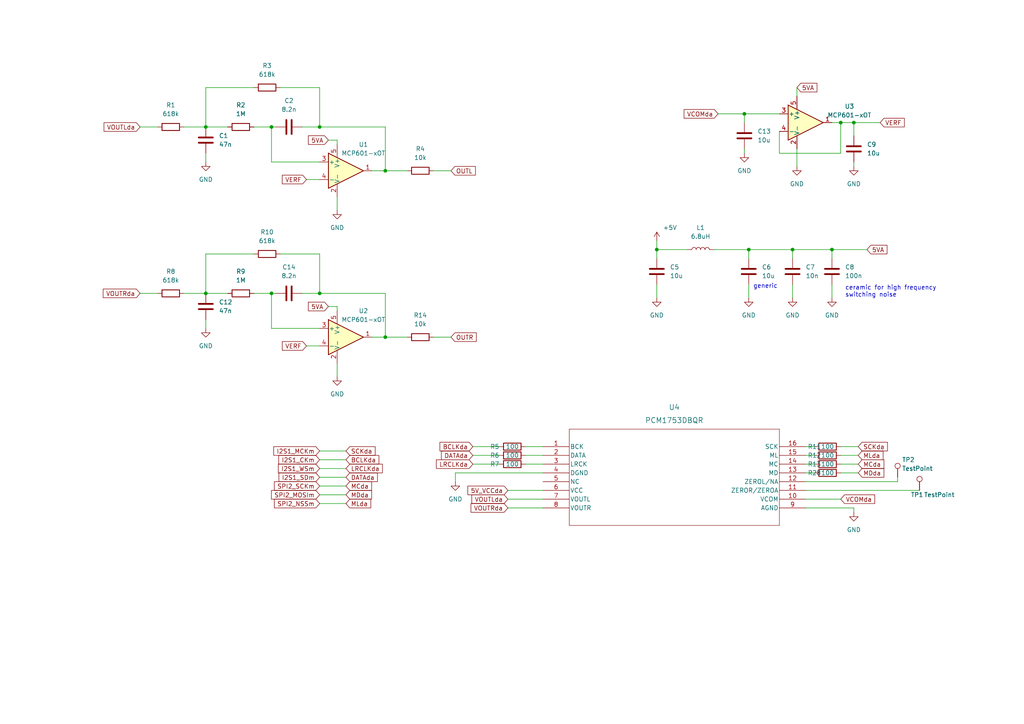
<source format=kicad_sch>
(kicad_sch (version 20211123) (generator eeschema)
  (paper "A4")
  (lib_symbols
    (symbol "Amplifier_Operational:MCP601-xOT" (pin_names (offset 0.127))
      (property "Reference" "U" (at -1.27 6.35 0))
      (property "Value" "MCP601-xOT" (at -1.27 3.81 0))
      (symbol "MCP601-xOT_0_1"
        (polyline (pts (xy -5.08 5.08) (xy 5.08 0) (xy -5.08 -5.08) (xy -5.08 5.08)) (stroke (width 0.254)) (fill (type background)))
        (pin power_in line (at -2.54 -7.62 90) (length 3.81) (name "V-") (number "2"))
        (pin power_in line (at -2.54 7.62 270) (length 3.81) (name "V+") (number "5"))
      )
      (symbol "MCP601-xOT_1_1"
        (pin output line (at 7.62 0 180) (length 2.54) (name "~") (number "1"))
        (pin input line (at -7.62 2.54 0) (length 2.54) (name "+") (number "3"))
        (pin input line (at -7.62 -2.54 0) (length 2.54) (name "-") (number "4"))
      )
    )
    (symbol "Connector:TestPoint" (pin_numbers hide) (pin_names (offset 0.762) hide)
      (property "Reference" "TP" (at 0 6.858 0))
      (property "Value" "TestPoint" (at 0 5.08 0))
      (symbol "TestPoint_0_1"
        (circle (center 0 3.302) (radius 0.762))
      )
      (symbol "TestPoint_1_1"
        (pin passive line (at 0 0 90) (length 2.54) (name "1") (number "1"))
      )
    )
    (symbol "Device:C" (pin_numbers hide) (pin_names (offset 0.254))
      (property "Reference" "C" (at 0.635 2.54 0))
      (property "Value" "C" (at 0.635 -2.54 0))
      (symbol "C_0_1"
        (polyline (pts (xy -2.032 -0.762) (xy 2.032 -0.762)) (stroke (width 0.508)))
        (polyline (pts (xy -2.032 0.762) (xy 2.032 0.762)) (stroke (width 0.508)))
      )
      (symbol "C_1_1"
        (pin passive line (at 0 3.81 270) (length 2.794) (name "~") (number "1"))
        (pin passive line (at 0 -3.81 90) (length 2.794) (name "~") (number "2"))
      )
    )
    (symbol "Device:L" (pin_numbers hide) (pin_names (offset 1.016) hide)
      (property "Reference" "L" (at -1.27 0 90))
      (property "Value" "L" (at 1.905 0 90))
      (symbol "L_0_1"
        (arc (start 0 -2.54) (mid 0.635 -1.905) (end 0 -1.27))
        (arc (start 0 -1.27) (mid 0.635 -0.635) (end 0 0))
        (arc (start 0 0) (mid 0.635 0.635) (end 0 1.27))
        (arc (start 0 1.27) (mid 0.635 1.905) (end 0 2.54))
      )
      (symbol "L_1_1"
        (pin passive line (at 0 3.81 270) (length 1.27) (name "1") (number "1"))
        (pin passive line (at 0 -3.81 90) (length 1.27) (name "2") (number "2"))
      )
    )
    (symbol "Device:R" (pin_numbers hide) (pin_names (offset 0))
      (property "Reference" "R" (at 2.032 0 90))
      (property "Value" "R" (at 0 0 90))
      (symbol "R_0_1"
        (rectangle (start -1.016 -2.54) (end 1.016 2.54) (stroke (width 0.254)))
      )
      (symbol "R_1_1"
        (pin passive line (at 0 3.81 270) (length 1.27) (name "~") (number "1"))
        (pin passive line (at 0 -3.81 90) (length 1.27) (name "~") (number "2"))
      )
    )
    (symbol "PCM1753DBQR:PCM1753DBQR" (pin_names (offset 0.254))
      (property "Reference" "U" (at 38.1 10.16 0))
      (property "Value" "PCM1753DBQR" (at 38.1 7.62 0))
      (symbol "PCM1753DBQR_0_1"
        (polyline (pts (xy 7.62 -22.86) (xy 68.58 -22.86)) (stroke (width 0.127)))
        (polyline (pts (xy 7.62 5.08) (xy 7.62 -22.86)) (stroke (width 0.127)))
        (polyline (pts (xy 68.58 -22.86) (xy 68.58 5.08)) (stroke (width 0.127)))
        (polyline (pts (xy 68.58 5.08) (xy 7.62 5.08)) (stroke (width 0.127)))
        (pin input line (at 0 0 0) (length 7.62) (name "BCK") (number "1"))
        (pin power_in line (at 76.2 -15.24 180) (length 7.62) (name "VCOM") (number "10"))
        (pin output line (at 76.2 -12.7 180) (length 7.62) (name "ZEROR/ZEROA") (number "11"))
        (pin output line (at 76.2 -10.16 180) (length 7.62) (name "ZEROL/NA") (number "12"))
        (pin input line (at 76.2 -7.62 180) (length 7.62) (name "MD") (number "13"))
        (pin input line (at 76.2 -5.08 180) (length 7.62) (name "MC") (number "14"))
        (pin input line (at 76.2 -2.54 180) (length 7.62) (name "ML") (number "15"))
        (pin input line (at 76.2 0 180) (length 7.62) (name "SCK") (number "16"))
        (pin input line (at 0 -2.54 0) (length 7.62) (name "DATA") (number "2"))
        (pin input line (at 0 -5.08 0) (length 7.62) (name "LRCK") (number "3"))
        (pin power_in line (at 0 -7.62 0) (length 7.62) (name "DGND") (number "4"))
        (pin unspecified line (at 0 -10.16 0) (length 7.62) (name "NC") (number "5"))
        (pin power_in line (at 0 -12.7 0) (length 7.62) (name "VCC") (number "6"))
        (pin output line (at 0 -15.24 0) (length 7.62) (name "VOUTL") (number "7"))
        (pin output line (at 0 -17.78 0) (length 7.62) (name "VOUTR") (number "8"))
        (pin power_in line (at 76.2 -17.78 180) (length 7.62) (name "AGND") (number "9"))
      )
    )
    (symbol "power:+5V" (power) (pin_names (offset 0))
      (property "Value" "+5V" (at 0 3.556 0))
      (symbol "+5V_0_1"
        (polyline (pts (xy -0.762 1.27) (xy 0 2.54)))
        (polyline (pts (xy 0 0) (xy 0 2.54)))
        (polyline (pts (xy 0 2.54) (xy 0.762 1.27)))
      )
      (symbol "+5V_1_1"
        (pin power_in line (at 0 0 90) (length 0) hide (name "+5V") (number "1"))
      )
    )
    (symbol "power:GND" (power) (pin_names (offset 0))
      (property "Value" "GND" (at 0 -3.81 0))
      (symbol "GND_0_1"
        (polyline (pts (xy 0 0) (xy 0 -1.27) (xy 1.27 -1.27) (xy 0 -2.54) (xy -1.27 -1.27) (xy 0 -1.27)))
      )
      (symbol "GND_1_1"
        (pin power_in line (at 0 0 270) (length 0) hide (name "GND") (number "1"))
      )
    )
  )
  (junction (at 190.5 72.39))
  (junction (at 243.84 35.56))
  (junction (at 111.76 49.53))
  (junction (at 59.69 36.83))
  (junction (at 92.71 85.09))
  (junction (at 78.74 36.83))
  (junction (at 229.87 72.39))
  (junction (at 59.69 85.09))
  (junction (at 92.71 36.83))
  (junction (at 247.65 35.56))
  (junction (at 111.76 97.79))
  (junction (at 215.9 33.02))
  (junction (at 217.17 72.39))
  (junction (at 78.74 85.09))
  (junction (at 241.3 72.39))
  (wire (pts (xy 217.17 82.55) (xy 217.17 86.36)))
  (wire (pts (xy 53.34 85.09) (xy 59.69 85.09)))
  (wire (pts (xy 217.17 72.39) (xy 217.17 74.93)))
  (wire (pts (xy 247.65 35.56) (xy 255.27 35.56)))
  (wire (pts (xy 231.14 43.18) (xy 231.14 48.26)))
  (wire (pts (xy 92.71 36.83) (xy 111.76 36.83)))
  (wire (pts (xy 88.9 52.07) (xy 92.71 52.07)))
  (wire (pts (xy 92.71 85.09) (xy 111.76 85.09)))
  (wire (pts (xy 107.95 49.53) (xy 111.76 49.53)))
  (wire (pts (xy 229.87 82.55) (xy 229.87 86.36)))
  (wire (pts (xy 111.76 49.53) (xy 118.11 49.53)))
  (wire (pts (xy 78.74 85.09) (xy 80.01 85.09)))
  (wire (pts (xy 229.87 72.39) (xy 229.87 74.93)))
  (wire (pts (xy 95.25 40.64) (xy 97.79 40.64)))
  (wire (pts (xy 97.79 40.64) (xy 97.79 41.91)))
  (wire (pts (xy 92.71 143.51) (xy 100.33 143.51)))
  (wire (pts (xy 152.4 134.62) (xy 157.48 134.62)))
  (wire (pts (xy 95.25 88.9) (xy 97.79 88.9)))
  (wire (pts (xy 111.76 36.83) (xy 111.76 49.53)))
  (wire (pts (xy 92.71 138.43) (xy 100.33 138.43)))
  (wire (pts (xy 233.68 132.08) (xy 236.22 132.08)))
  (wire (pts (xy 147.32 147.32) (xy 157.48 147.32)))
  (wire (pts (xy 107.95 97.79) (xy 111.76 97.79)))
  (wire (pts (xy 87.63 85.09) (xy 92.71 85.09)))
  (wire (pts (xy 125.73 49.53) (xy 130.81 49.53)))
  (wire (pts (xy 78.74 85.09) (xy 78.74 95.25)))
  (wire (pts (xy 40.64 85.09) (xy 45.72 85.09)))
  (wire (pts (xy 125.73 97.79) (xy 130.81 97.79)))
  (wire (pts (xy 241.3 72.39) (xy 241.3 74.93)))
  (wire (pts (xy 247.65 148.59) (xy 247.65 147.32)))
  (wire (pts (xy 97.79 88.9) (xy 97.79 90.17)))
  (wire (pts (xy 81.28 73.66) (xy 92.71 73.66)))
  (wire (pts (xy 59.69 44.45) (xy 59.69 46.99)))
  (wire (pts (xy 92.71 25.4) (xy 92.71 36.83)))
  (wire (pts (xy 73.66 36.83) (xy 78.74 36.83)))
  (wire (pts (xy 111.76 85.09) (xy 111.76 97.79)))
  (wire (pts (xy 243.84 129.54) (xy 248.92 129.54)))
  (wire (pts (xy 59.69 85.09) (xy 66.04 85.09)))
  (wire (pts (xy 59.69 73.66) (xy 73.66 73.66)))
  (wire (pts (xy 78.74 36.83) (xy 80.01 36.83)))
  (wire (pts (xy 92.71 140.97) (xy 100.33 140.97)))
  (wire (pts (xy 226.06 44.45) (xy 243.84 44.45)))
  (wire (pts (xy 92.71 73.66) (xy 92.71 85.09)))
  (wire (pts (xy 260.35 139.7) (xy 260.35 138.43)))
  (wire (pts (xy 59.69 36.83) (xy 66.04 36.83)))
  (wire (pts (xy 59.69 92.71) (xy 59.69 95.25)))
  (wire (pts (xy 40.64 36.83) (xy 45.72 36.83)))
  (wire (pts (xy 92.71 130.81) (xy 100.33 130.81)))
  (wire (pts (xy 207.01 72.39) (xy 217.17 72.39)))
  (wire (pts (xy 233.68 139.7) (xy 260.35 139.7)))
  (wire (pts (xy 97.79 105.41) (xy 97.79 109.22)))
  (wire (pts (xy 147.32 144.78) (xy 157.48 144.78)))
  (wire (pts (xy 215.9 43.18) (xy 215.9 44.45)))
  (wire (pts (xy 92.71 133.35) (xy 100.33 133.35)))
  (wire (pts (xy 247.65 46.99) (xy 247.65 48.26)))
  (wire (pts (xy 78.74 95.25) (xy 92.71 95.25)))
  (wire (pts (xy 233.68 142.24) (xy 266.7 142.24)))
  (wire (pts (xy 215.9 35.56) (xy 215.9 33.02)))
  (wire (pts (xy 190.5 82.55) (xy 190.5 86.36)))
  (wire (pts (xy 243.84 44.45) (xy 243.84 35.56)))
  (wire (pts (xy 231.14 25.4) (xy 231.14 27.94)))
  (wire (pts (xy 241.3 35.56) (xy 243.84 35.56)))
  (wire (pts (xy 87.63 36.83) (xy 92.71 36.83)))
  (wire (pts (xy 215.9 33.02) (xy 208.28 33.02)))
  (wire (pts (xy 59.69 25.4) (xy 73.66 25.4)))
  (wire (pts (xy 152.4 129.54) (xy 157.48 129.54)))
  (wire (pts (xy 233.68 129.54) (xy 236.22 129.54)))
  (wire (pts (xy 215.9 33.02) (xy 226.06 33.02)))
  (wire (pts (xy 132.08 139.7) (xy 132.08 137.16)))
  (wire (pts (xy 59.69 73.66) (xy 59.69 85.09)))
  (wire (pts (xy 92.71 135.89) (xy 100.33 135.89)))
  (wire (pts (xy 152.4 132.08) (xy 157.48 132.08)))
  (wire (pts (xy 190.5 74.93) (xy 190.5 72.39)))
  (wire (pts (xy 88.9 100.33) (xy 92.71 100.33)))
  (wire (pts (xy 247.65 35.56) (xy 247.65 39.37)))
  (wire (pts (xy 243.84 35.56) (xy 247.65 35.56)))
  (wire (pts (xy 59.69 25.4) (xy 59.69 36.83)))
  (wire (pts (xy 233.68 144.78) (xy 243.84 144.78)))
  (wire (pts (xy 243.84 134.62) (xy 248.92 134.62)))
  (wire (pts (xy 147.32 142.24) (xy 157.48 142.24)))
  (wire (pts (xy 137.16 129.54) (xy 144.78 129.54)))
  (wire (pts (xy 229.87 72.39) (xy 241.3 72.39)))
  (wire (pts (xy 217.17 72.39) (xy 229.87 72.39)))
  (wire (pts (xy 243.84 132.08) (xy 248.92 132.08)))
  (wire (pts (xy 137.16 134.62) (xy 144.78 134.62)))
  (wire (pts (xy 78.74 36.83) (xy 78.74 46.99)))
  (wire (pts (xy 241.3 82.55) (xy 241.3 86.36)))
  (wire (pts (xy 226.06 38.1) (xy 226.06 44.45)))
  (wire (pts (xy 73.66 85.09) (xy 78.74 85.09)))
  (wire (pts (xy 233.68 137.16) (xy 236.22 137.16)))
  (wire (pts (xy 53.34 36.83) (xy 59.69 36.83)))
  (wire (pts (xy 92.71 146.05) (xy 100.33 146.05)))
  (wire (pts (xy 137.16 132.08) (xy 144.78 132.08)))
  (wire (pts (xy 190.5 72.39) (xy 199.39 72.39)))
  (wire (pts (xy 241.3 72.39) (xy 251.46 72.39)))
  (wire (pts (xy 132.08 137.16) (xy 157.48 137.16)))
  (wire (pts (xy 111.76 97.79) (xy 118.11 97.79)))
  (wire (pts (xy 97.79 57.15) (xy 97.79 60.96)))
  (wire (pts (xy 190.5 69.85) (xy 190.5 72.39)))
  (wire (pts (xy 233.68 147.32) (xy 247.65 147.32)))
  (wire (pts (xy 233.68 134.62) (xy 236.22 134.62)))
  (wire (pts (xy 243.84 137.16) (xy 248.92 137.16)))
  (wire (pts (xy 81.28 25.4) (xy 92.71 25.4)))
  (wire (pts (xy 78.74 46.99) (xy 92.71 46.99)))
  (text "generic" (at 218.44 83.82 0) (effects (font (size 1.27 1.27)) (justify left bottom)))
  (text "ceramic for high frequency \nswitching noise" (at 245.11 86.36 0) (effects (font (size 1.27 1.27)) (justify left bottom)))
  (global_label "I2S1_CKm" (shape input) (at 92.71 133.35 180) (property "Intersheet References" "${INTERSHEET_REFS}" (effects hide)))
  (global_label "SCKda" (shape input) (at 100.33 130.81 0) (property "Intersheet References" "${INTERSHEET_REFS}" (effects hide)))
  (global_label "OUTR" (shape input) (at 130.81 97.79 0) (property "Intersheet References" "${INTERSHEET_REFS}" (effects hide)))
  (global_label "5VA" (shape input) (at 95.25 40.64 180) (property "Intersheet References" "${INTERSHEET_REFS}" (effects hide)))
  (global_label "5VA" (shape input) (at 251.46 72.39 0) (property "Intersheet References" "${INTERSHEET_REFS}" (effects hide)))
  (global_label "5V_VCCda" (shape input) (at 147.32 142.24 180) (property "Intersheet References" "${INTERSHEET_REFS}" (effects hide)))
  (global_label "MDda" (shape input) (at 248.92 137.16 0) (property "Intersheet References" "${INTERSHEET_REFS}" (effects hide)))
  (global_label "VCOMda" (shape input) (at 208.28 33.02 180) (property "Intersheet References" "${INTERSHEET_REFS}" (effects hide)))
  (global_label "SCKda" (shape input) (at 248.92 129.54 0) (property "Intersheet References" "${INTERSHEET_REFS}" (effects hide)))
  (global_label "MLda" (shape input) (at 248.92 132.08 0) (property "Intersheet References" "${INTERSHEET_REFS}" (effects hide)))
  (global_label "I2S1_MCKm" (shape input) (at 92.71 130.81 180) (property "Intersheet References" "${INTERSHEET_REFS}" (effects hide)))
  (global_label "MDda" (shape input) (at 100.33 143.51 0) (property "Intersheet References" "${INTERSHEET_REFS}" (effects hide)))
  (global_label "VOUTRda" (shape input) (at 147.32 147.32 180) (property "Intersheet References" "${INTERSHEET_REFS}" (effects hide)))
  (global_label "MLda" (shape input) (at 100.33 146.05 0) (property "Intersheet References" "${INTERSHEET_REFS}" (effects hide)))
  (global_label "VOUTLda" (shape input) (at 147.32 144.78 180) (property "Intersheet References" "${INTERSHEET_REFS}" (effects hide)))
  (global_label "MCda" (shape input) (at 100.33 140.97 0) (property "Intersheet References" "${INTERSHEET_REFS}" (effects hide)))
  (global_label "VERF" (shape input) (at 255.27 35.56 0) (property "Intersheet References" "${INTERSHEET_REFS}" (effects hide)))
  (global_label "SPI2_MOSIm" (shape input) (at 92.71 143.51 180) (property "Intersheet References" "${INTERSHEET_REFS}" (effects hide)))
  (global_label "VCOMda" (shape input) (at 243.84 144.78 0) (property "Intersheet References" "${INTERSHEET_REFS}" (effects hide)))
  (global_label "DATAda" (shape input) (at 100.33 138.43 0) (property "Intersheet References" "${INTERSHEET_REFS}" (effects hide)))
  (global_label "I2S1_SDm" (shape input) (at 92.71 138.43 180) (property "Intersheet References" "${INTERSHEET_REFS}" (effects hide)))
  (global_label "LRCLKda" (shape input) (at 137.16 134.62 180) (property "Intersheet References" "${INTERSHEET_REFS}" (effects hide)))
  (global_label "SPI2_NSSm" (shape input) (at 92.71 146.05 180) (property "Intersheet References" "${INTERSHEET_REFS}" (effects hide)))
  (global_label "5VA" (shape input) (at 95.25 88.9 180) (property "Intersheet References" "${INTERSHEET_REFS}" (effects hide)))
  (global_label "I2S1_WSm" (shape input) (at 92.71 135.89 180) (property "Intersheet References" "${INTERSHEET_REFS}" (effects hide)))
  (global_label "BCLKda" (shape input) (at 100.33 133.35 0) (property "Intersheet References" "${INTERSHEET_REFS}" (effects hide)))
  (global_label "VOUTRda" (shape input) (at 40.64 85.09 180) (property "Intersheet References" "${INTERSHEET_REFS}" (effects hide)))
  (global_label "5VA" (shape input) (at 231.14 25.4 0) (property "Intersheet References" "${INTERSHEET_REFS}" (effects hide)))
  (global_label "VERF" (shape input) (at 88.9 52.07 180) (property "Intersheet References" "${INTERSHEET_REFS}" (effects hide)))
  (global_label "DATAda" (shape input) (at 137.16 132.08 180) (property "Intersheet References" "${INTERSHEET_REFS}" (effects hide)))
  (global_label "MCda" (shape input) (at 248.92 134.62 0) (property "Intersheet References" "${INTERSHEET_REFS}" (effects hide)))
  (global_label "SPI2_SCKm" (shape input) (at 92.71 140.97 180) (property "Intersheet References" "${INTERSHEET_REFS}" (effects hide)))
  (global_label "VERF" (shape input) (at 88.9 100.33 180) (property "Intersheet References" "${INTERSHEET_REFS}" (effects hide)))
  (global_label "LRCLKda" (shape input) (at 100.33 135.89 0) (property "Intersheet References" "${INTERSHEET_REFS}" (effects hide)))
  (global_label "BCLKda" (shape input) (at 137.16 129.54 180) (property "Intersheet References" "${INTERSHEET_REFS}" (effects hide)))
  (global_label "OUTL" (shape input) (at 130.81 49.53 0) (property "Intersheet References" "${INTERSHEET_REFS}" (effects hide)))
  (global_label "VOUTLda" (shape input) (at 40.64 36.83 180) (property "Intersheet References" "${INTERSHEET_REFS}" (effects hide)))
  (symbol (lib_id "Device:R") (at 240.03 134.62 90) (unit 1)
    (property "Reference" "R13" (at 236.22 134.62 90))
    (property "Value" "100" (at 240.03 134.62 90))
    (property "Footprint" "Resistor_SMD:R_0805_2012Metric_Pad1.20x1.40mm_HandSolder" (effects hide))
  )
  (symbol (lib_id "Amplifier_Operational:MCP601-xOT") (at 100.33 49.53 0) (unit 1)
    (property "Reference" "U1" (at 105.41 41.91 0))
    (property "Value" "MCP601-xOT" (at 105.41 44.45 0))
    (property "Footprint" "Package_TO_SOT_SMD:SOT-23-5" (effects hide))
    (property "Datasheet" "http://ww1.microchip.com/downloads/en/DeviceDoc/21314g.pdf" (effects hide))
  )
  (symbol (lib_id "Device:C") (at 229.87 78.74 0) (unit 1)
    (property "Reference" "C7" (at 233.68 77.4699 0) (effects (justify left)))
    (property "Value" "10n" (at 233.68 80.0099 0) (effects (justify left)))
    (property "Footprint" "Capacitor_SMD:C_0805_2012Metric_Pad1.18x1.45mm_HandSolder" (effects hide))
  )
  (symbol (lib_id "power:GND") (at 132.08 139.7 0) (unit 1)
    (property "Reference" "#PWR010" (effects hide))
    (property "Value" "GND" (at 132.08 144.78 0))
  )
  (symbol (lib_id "Device:C") (at 241.3 78.74 0) (unit 1)
    (property "Reference" "C8" (at 245.11 77.4699 0) (effects (justify left)))
    (property "Value" "100n" (at 245.11 80.0099 0) (effects (justify left)))
    (property "Footprint" "Capacitor_SMD:C_0805_2012Metric_Pad1.18x1.45mm_HandSolder" (effects hide))
  )
  (symbol (lib_id "power:GND") (at 231.14 48.26 0) (unit 1)
    (property "Reference" "#PWR08" (effects hide))
    (property "Value" "GND" (at 231.14 53.34 0))
  )
  (symbol (lib_id "Device:C") (at 217.17 78.74 0) (unit 1)
    (property "Reference" "C6" (at 220.98 77.4699 0) (effects (justify left)))
    (property "Value" "10u" (at 220.98 80.0099 0) (effects (justify left)))
    (property "Footprint" "Capacitor_SMD:C_0805_2012Metric_Pad1.18x1.45mm_HandSolder" (effects hide))
  )
  (symbol (lib_id "Device:R") (at 240.03 137.16 90) (unit 1)
    (property "Reference" "R28" (at 236.22 137.16 90))
    (property "Value" "100" (at 240.03 137.16 90))
    (property "Footprint" "Resistor_SMD:R_0805_2012Metric_Pad1.20x1.40mm_HandSolder" (effects hide))
  )
  (symbol (lib_id "Device:R") (at 148.59 134.62 90) (unit 1)
    (property "Reference" "R7" (at 143.51 134.62 90))
    (property "Value" "100" (at 148.59 134.62 90))
    (property "Footprint" "Resistor_SMD:R_0805_2012Metric_Pad1.20x1.40mm_HandSolder" (effects hide))
  )
  (symbol (lib_id "Connector:TestPoint") (at 266.7 142.24 0) (unit 1)
    (property "Reference" "TP1" (at 264.16 143.51 0) (effects (justify left)))
    (property "Value" "TestPoint" (at 267.97 143.51 0) (effects (justify left)))
    (property "Footprint" "TestPoint:TestPoint_Keystone_5010-5014_Multipurpose" (effects hide))
  )
  (symbol (lib_id "Device:R") (at 69.85 85.09 90) (unit 1)
    (property "Reference" "R9" (at 69.85 78.74 90))
    (property "Value" "1M" (at 69.85 81.28 90))
    (property "Footprint" "Resistor_SMD:R_0805_2012Metric_Pad1.20x1.40mm_HandSolder" (effects hide))
  )
  (symbol (lib_id "Device:C") (at 83.82 85.09 90) (unit 1)
    (property "Reference" "C14" (at 83.82 77.47 90))
    (property "Value" "8.2n" (at 83.82 80.01 90))
    (property "Footprint" "Capacitor_SMD:C_0805_2012Metric_Pad1.18x1.45mm_HandSolder" (effects hide))
  )
  (symbol (lib_id "power:GND") (at 247.65 48.26 0) (unit 1)
    (property "Reference" "#PWR011" (effects hide))
    (property "Value" "GND" (at 247.65 53.34 0))
  )
  (symbol (lib_id "Device:C") (at 59.69 40.64 0) (unit 1)
    (property "Reference" "C1" (at 63.5 39.3699 0) (effects (justify left)))
    (property "Value" "47n" (at 63.5 41.9099 0) (effects (justify left)))
    (property "Footprint" "Capacitor_SMD:C_0805_2012Metric_Pad1.18x1.45mm_HandSolder" (effects hide))
  )
  (symbol (lib_id "Device:R") (at 77.47 73.66 90) (unit 1)
    (property "Reference" "R10" (at 77.47 67.31 90))
    (property "Value" "618k" (at 77.47 69.85 90))
    (property "Footprint" "Resistor_SMD:R_0805_2012Metric_Pad1.20x1.40mm_HandSolder" (effects hide))
  )
  (symbol (lib_id "power:GND") (at 217.17 86.36 0) (unit 1)
    (property "Reference" "#PWR05" (effects hide))
    (property "Value" "GND" (at 217.17 91.44 0))
  )
  (symbol (lib_id "power:GND") (at 59.69 46.99 0) (unit 1)
    (property "Reference" "#PWR01" (effects hide))
    (property "Value" "GND" (at 59.69 52.07 0))
  )
  (symbol (lib_id "Device:R") (at 148.59 132.08 90) (unit 1)
    (property "Reference" "R6" (at 143.51 132.08 90))
    (property "Value" "100" (at 148.59 132.08 90))
    (property "Footprint" "Resistor_SMD:R_0805_2012Metric_Pad1.20x1.40mm_HandSolder" (effects hide))
  )
  (symbol (lib_id "Device:C") (at 190.5 78.74 0) (unit 1)
    (property "Reference" "C5" (at 194.31 77.4699 0) (effects (justify left)))
    (property "Value" "10u" (at 194.31 80.0099 0) (effects (justify left)))
    (property "Footprint" "Capacitor_SMD:C_0805_2012Metric_Pad1.18x1.45mm_HandSolder" (effects hide))
  )
  (symbol (lib_id "Device:C") (at 215.9 39.37 0) (unit 1)
    (property "Reference" "C13" (at 219.71 38.0999 0) (effects (justify left)))
    (property "Value" "10u" (at 219.71 40.6399 0) (effects (justify left)))
    (property "Footprint" "Capacitor_SMD:C_0805_2012Metric_Pad1.18x1.45mm_HandSolder" (effects hide))
  )
  (symbol (lib_id "power:GND") (at 190.5 86.36 0) (unit 1)
    (property "Reference" "#PWR04" (effects hide))
    (property "Value" "GND" (at 190.5 91.44 0))
  )
  (symbol (lib_id "Device:R") (at 49.53 85.09 90) (unit 1)
    (property "Reference" "R8" (at 49.53 78.74 90))
    (property "Value" "618k" (at 49.53 81.28 90))
    (property "Footprint" "Resistor_SMD:R_0805_2012Metric_Pad1.20x1.40mm_HandSolder" (effects hide))
  )
  (symbol (lib_id "Amplifier_Operational:MCP601-xOT") (at 233.68 35.56 0) (unit 1)
    (property "Reference" "U3" (at 246.38 30.861 0))
    (property "Value" "MCP601-xOT" (at 246.38 33.401 0))
    (property "Footprint" "Package_TO_SOT_SMD:SOT-23-5" (effects hide))
    (property "Datasheet" "http://ww1.microchip.com/downloads/en/DeviceDoc/21314g.pdf" (effects hide))
  )
  (symbol (lib_id "Device:R") (at 77.47 25.4 90) (unit 1)
    (property "Reference" "R3" (at 77.47 19.05 90))
    (property "Value" "618k" (at 77.47 21.59 90))
    (property "Footprint" "Resistor_SMD:R_0805_2012Metric_Pad1.20x1.40mm_HandSolder" (effects hide))
  )
  (symbol (lib_id "Device:R") (at 240.03 129.54 90) (unit 1)
    (property "Reference" "R11" (at 236.22 129.54 90))
    (property "Value" "100" (at 240.03 129.54 90))
    (property "Footprint" "Resistor_SMD:R_0805_2012Metric_Pad1.20x1.40mm_HandSolder" (effects hide))
  )
  (symbol (lib_id "power:GND") (at 241.3 86.36 0) (unit 1)
    (property "Reference" "#PWR09" (effects hide))
    (property "Value" "GND" (at 241.3 91.44 0))
  )
  (symbol (lib_id "Device:R") (at 49.53 36.83 90) (unit 1)
    (property "Reference" "R1" (at 49.53 30.48 90))
    (property "Value" "618k" (at 49.53 33.02 90))
    (property "Footprint" "Resistor_SMD:R_0805_2012Metric_Pad1.20x1.40mm_HandSolder" (effects hide))
  )
  (symbol (lib_id "power:GND") (at 59.69 95.25 0) (unit 1)
    (property "Reference" "#PWR016" (effects hide))
    (property "Value" "GND" (at 59.69 100.33 0))
  )
  (symbol (lib_id "power:GND") (at 247.65 148.59 0) (unit 1)
    (property "Reference" "#PWR024" (effects hide))
    (property "Value" "GND" (at 247.65 153.67 0))
  )
  (symbol (lib_id "Connector:TestPoint") (at 260.35 138.43 0) (unit 1)
    (property "Reference" "TP2" (at 261.62 133.35 0) (effects (justify left)))
    (property "Value" "TestPoint" (at 261.62 135.89 0) (effects (justify left)))
    (property "Footprint" "TestPoint:TestPoint_Keystone_5010-5014_Multipurpose" (effects hide))
  )
  (symbol (lib_id "Device:C") (at 59.69 88.9 0) (unit 1)
    (property "Reference" "C12" (at 63.5 87.6299 0) (effects (justify left)))
    (property "Value" "47n" (at 63.5 90.1699 0) (effects (justify left)))
    (property "Footprint" "Capacitor_SMD:C_0805_2012Metric_Pad1.18x1.45mm_HandSolder" (effects hide))
  )
  (symbol (lib_id "Device:C") (at 83.82 36.83 90) (unit 1)
    (property "Reference" "C2" (at 83.82 29.21 90))
    (property "Value" "8.2n" (at 83.82 31.75 90))
    (property "Footprint" "Capacitor_SMD:C_0805_2012Metric_Pad1.18x1.45mm_HandSolder" (effects hide))
  )
  (symbol (lib_id "power:GND") (at 215.9 44.45 0) (unit 1)
    (property "Reference" "#PWR017" (effects hide))
    (property "Value" "GND" (at 215.9 49.53 0))
  )
  (symbol (lib_id "Amplifier_Operational:MCP601-xOT") (at 100.33 97.79 0) (unit 1)
    (property "Reference" "U2" (at 105.41 90.17 0))
    (property "Value" "MCP601-xOT" (at 105.41 92.71 0))
    (property "Footprint" "Package_TO_SOT_SMD:SOT-23-5" (effects hide))
    (property "Datasheet" "http://ww1.microchip.com/downloads/en/DeviceDoc/21314g.pdf" (effects hide))
  )
  (symbol (lib_id "power:+5V") (at 190.5 69.85 0) (unit 1)
    (property "Reference" "#PWR03" (effects hide))
    (property "Value" "+5V" (at 194.31 66.04 0))
  )
  (symbol (lib_id "PCM1753DBQR:PCM1753DBQR") (at 157.48 129.54 0) (unit 1)
    (property "Reference" "U4" (at 195.58 118.11 0) (effects (font (size 1.524 1.524))))
    (property "Value" "PCM1753DBQR" (at 195.58 121.92 0) (effects (font (size 1.524 1.524))))
    (property "Footprint" "PCM1753DBQR:DBQ16" (effects hide))
    (property "Datasheet" "PCM1753DBQR" (effects hide))
  )
  (symbol (lib_id "Device:L") (at 203.2 72.39 90) (unit 1)
    (property "Reference" "L1" (at 203.2 66.04 90))
    (property "Value" "6.8uH" (at 203.2 68.58 90))
    (property "Footprint" "inductors:inductor_koherelec" (effects hide))
  )
  (symbol (lib_id "Device:R") (at 148.59 129.54 90) (unit 1)
    (property "Reference" "R5" (at 143.51 129.54 90))
    (property "Value" "100" (at 148.59 129.54 90))
    (property "Footprint" "Resistor_SMD:R_0805_2012Metric_Pad1.20x1.40mm_HandSolder" (effects hide))
  )
  (symbol (lib_id "Device:R") (at 121.92 97.79 90) (unit 1)
    (property "Reference" "R14" (at 121.92 91.44 90))
    (property "Value" "10k" (at 121.92 93.98 90))
    (property "Footprint" "Resistor_SMD:R_0805_2012Metric_Pad1.20x1.40mm_HandSolder" (effects hide))
  )
  (symbol (lib_id "Device:R") (at 69.85 36.83 90) (unit 1)
    (property "Reference" "R2" (at 69.85 30.48 90))
    (property "Value" "1M" (at 69.85 33.02 90))
    (property "Footprint" "Resistor_SMD:R_0805_2012Metric_Pad1.20x1.40mm_HandSolder" (effects hide))
  )
  (symbol (lib_id "power:GND") (at 229.87 86.36 0) (unit 1)
    (property "Reference" "#PWR06" (effects hide))
    (property "Value" "GND" (at 229.87 91.44 0))
  )
  (symbol (lib_id "power:GND") (at 97.79 60.96 0) (unit 1)
    (property "Reference" "#PWR02" (effects hide))
    (property "Value" "GND" (at 97.79 66.04 0))
  )
  (symbol (lib_id "Device:C") (at 247.65 43.18 0) (unit 1)
    (property "Reference" "C9" (at 251.46 41.9099 0) (effects (justify left)))
    (property "Value" "10u" (at 251.46 44.4499 0) (effects (justify left)))
    (property "Footprint" "Capacitor_SMD:C_0805_2012Metric_Pad1.18x1.45mm_HandSolder" (effects hide))
  )
  (symbol (lib_id "power:GND") (at 97.79 109.22 0) (unit 1)
    (property "Reference" "#PWR022" (effects hide))
    (property "Value" "GND" (at 97.79 114.3 0))
  )
  (symbol (lib_id "Device:R") (at 121.92 49.53 90) (unit 1)
    (property "Reference" "R4" (at 121.92 43.18 90))
    (property "Value" "10k" (at 121.92 45.72 90))
    (property "Footprint" "Resistor_SMD:R_0805_2012Metric_Pad1.20x1.40mm_HandSolder" (effects hide))
  )
  (symbol (lib_id "Device:R") (at 240.03 132.08 90) (unit 1)
    (property "Reference" "R12" (at 236.22 132.08 90))
    (property "Value" "100" (at 240.03 132.08 90))
    (property "Footprint" "Resistor_SMD:R_0805_2012Metric_Pad1.20x1.40mm_HandSolder" (effects hide))
  )
)
</source>
